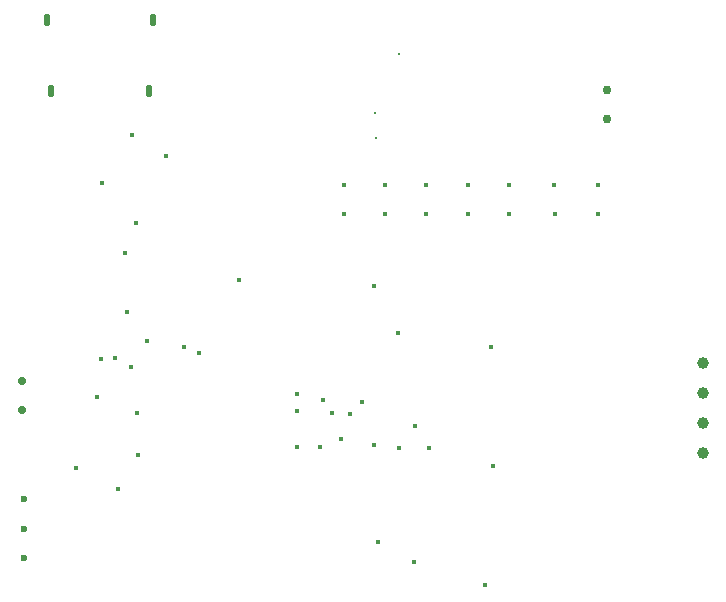
<source format=gbr>
%TF.GenerationSoftware,KiCad,Pcbnew,(6.0.1-0)*%
%TF.CreationDate,2022-05-03T07:13:36+06:00*%
%TF.ProjectId,Sound Sensor,536f756e-6420-4536-956e-736f722e6b69,rev?*%
%TF.SameCoordinates,Original*%
%TF.FileFunction,Plated,1,4,PTH,Mixed*%
%TF.FilePolarity,Positive*%
%FSLAX46Y46*%
G04 Gerber Fmt 4.6, Leading zero omitted, Abs format (unit mm)*
G04 Created by KiCad (PCBNEW (6.0.1-0)) date 2022-05-03 07:13:36*
%MOMM*%
%LPD*%
G01*
G04 APERTURE LIST*
%TA.AperFunction,ViaDrill*%
%ADD10C,0.300000*%
%TD*%
%TA.AperFunction,ViaDrill*%
%ADD11C,0.400000*%
%TD*%
G04 aperture for slot hole*
%TA.AperFunction,ComponentDrill*%
%ADD12O,0.500000X1.100000*%
%TD*%
%TA.AperFunction,ComponentDrill*%
%ADD13C,0.600000*%
%TD*%
%TA.AperFunction,ComponentDrill*%
%ADD14C,0.720000*%
%TD*%
%TA.AperFunction,ComponentDrill*%
%ADD15C,0.762000*%
%TD*%
%TA.AperFunction,ComponentDrill*%
%ADD16C,1.000000*%
%TD*%
G04 APERTURE END LIST*
D10*
X198330000Y-106650000D03*
X198400000Y-108710000D03*
X200380000Y-101600000D03*
D11*
X173005000Y-136695000D03*
X174800000Y-130700000D03*
X175130000Y-127470000D03*
X175200000Y-112500000D03*
X176310000Y-127340000D03*
X176540000Y-138480000D03*
X177110000Y-118500000D03*
X177310000Y-123450000D03*
X177690000Y-128140000D03*
X177780000Y-108480000D03*
X178110000Y-115910000D03*
X178140000Y-132050000D03*
X178260000Y-135550000D03*
X179010000Y-125890000D03*
X180580000Y-110270000D03*
X182130000Y-126430000D03*
X183400000Y-126900000D03*
X186765000Y-120735000D03*
X191693459Y-130415500D03*
X191693459Y-131873459D03*
X191710000Y-134870000D03*
X193651577Y-134916342D03*
X193880000Y-130920000D03*
X194710000Y-131980000D03*
X195400000Y-134200000D03*
X195670000Y-112700000D03*
X195670000Y-115150000D03*
X196169001Y-132093798D03*
X197200000Y-131100000D03*
X198200000Y-121300000D03*
X198200000Y-134700000D03*
X198600000Y-142900000D03*
X199165000Y-112700000D03*
X199170000Y-115150000D03*
X200300000Y-125200000D03*
X200370000Y-134960000D03*
X201600000Y-144600000D03*
X201670000Y-133100000D03*
X202660000Y-112700000D03*
X202670000Y-115150000D03*
X202880000Y-134960000D03*
X206155000Y-112700000D03*
X206170000Y-115150000D03*
X207600000Y-146600000D03*
X208100000Y-126400000D03*
X208300000Y-136500000D03*
X209670000Y-112700000D03*
X209670000Y-115150000D03*
X213480000Y-112700000D03*
X213570000Y-115150000D03*
X217200000Y-112720000D03*
X217200000Y-115170000D03*
D12*
%TO.C,J1*%
X170540000Y-98760000D03*
X170900000Y-104710000D03*
X179160000Y-104710000D03*
X179520000Y-98760000D03*
D13*
%TO.C,RV1*%
X168620000Y-139330000D03*
X168620000Y-141830000D03*
X168620000Y-144330000D03*
D14*
%TO.C,MK1*%
X168390000Y-129275000D03*
X168390000Y-131775000D03*
D15*
%TO.C,C6*%
X217990000Y-104640500D03*
X217990000Y-107140500D03*
D16*
%TO.C,J2*%
X226100000Y-127780000D03*
X226100000Y-130320000D03*
X226100000Y-132860000D03*
X226100000Y-135400000D03*
M02*

</source>
